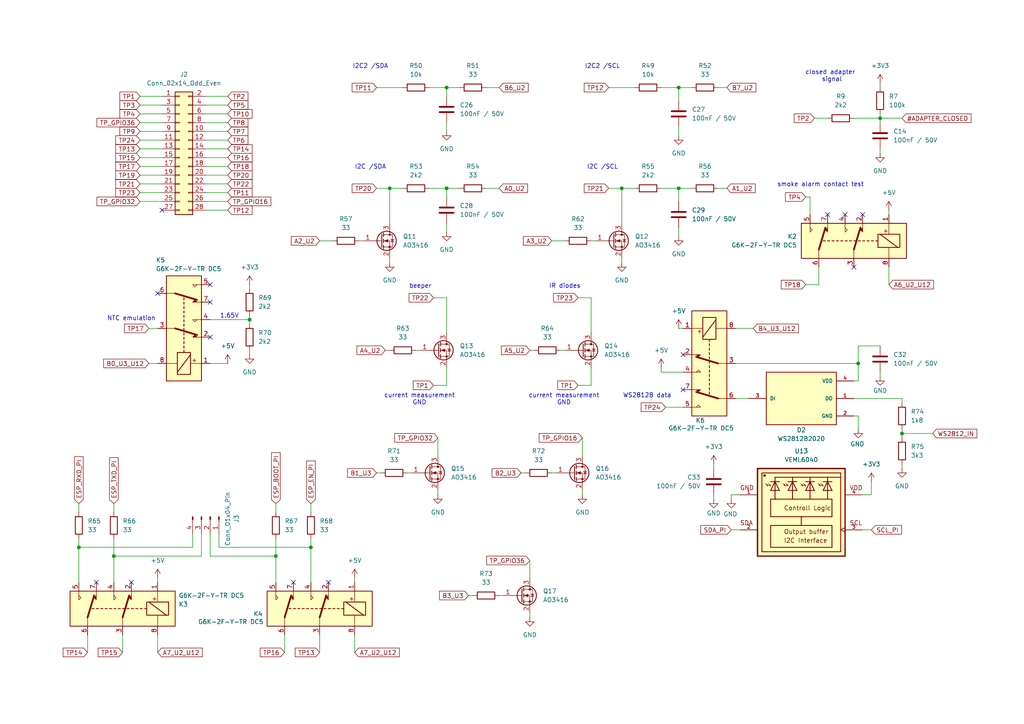
<source format=kicad_sch>
(kicad_sch (version 20250114) (generator "eeschema") (generator_version "9.0")
  (paper "A4")
  (lib_symbols
    (symbol "Connector:Conn_01x04_Pin" (pin_names (offset 1.016) (hide yes))
      (property "Reference" "J" (at 0 5.08 0))
      (property "Value" "Conn_01x04_Pin" (at 0 -7.62 0))
      (symbol "Conn_01x04_Pin_1_1"
        (pin passive line (at 5.08 2.54 180) (length 3.81) (name "Pin_1") (number "1"))
        (pin passive line (at 5.08 0 180) (length 3.81) (name "Pin_2") (number "2"))
        (pin passive line (at 5.08 -2.54 180) (length 3.81) (name "Pin_3") (number "3"))
        (pin passive line (at 5.08 -5.08 180) (length 3.81) (name "Pin_4") (number "4"))
      )
    )
    (symbol "Connector_Generic:Conn_02x14_Odd_Even" (pin_names (offset 1.016) (hide yes))
      (property "Reference" "J" (at 1.27 17.78 0))
      (property "Value" "Conn_02x14_Odd_Even" (at 1.27 -20.32 0))
      (symbol "Conn_02x14_Odd_Even_1_1"
        (pin passive line (at -5.08 15.24 0) (length 3.81) (name "Pin_1") (number "1"))
        (pin passive line (at -5.08 12.7 0) (length 3.81) (name "Pin_3") (number "3"))
        (pin passive line (at -5.08 10.16 0) (length 3.81) (name "Pin_5") (number "5"))
        (pin passive line (at -5.08 7.62 0) (length 3.81) (name "Pin_7") (number "7"))
        (pin passive line (at -5.08 5.08 0) (length 3.81) (name "Pin_9") (number "9"))
        (pin passive line (at -5.08 2.54 0) (length 3.81) (name "Pin_11") (number "11"))
        (pin passive line (at -5.08 0 0) (length 3.81) (name "Pin_13") (number "13"))
        (pin passive line (at -5.08 -2.54 0) (length 3.81) (name "Pin_15") (number "15"))
        (pin passive line (at -5.08 -5.08 0) (length 3.81) (name "Pin_17") (number "17"))
        (pin passive line (at -5.08 -7.62 0) (length 3.81) (name "Pin_19") (number "19"))
        (pin passive line (at -5.08 -10.16 0) (length 3.81) (name "Pin_21") (number "21"))
        (pin passive line (at -5.08 -12.7 0) (length 3.81) (name "Pin_23") (number "23"))
        (pin passive line (at -5.08 -15.24 0) (length 3.81) (name "Pin_25") (number "25"))
        (pin passive line (at -5.08 -17.78 0) (length 3.81) (name "Pin_27") (number "27"))
        (pin passive line (at 7.62 15.24 180) (length 3.81) (name "Pin_2") (number "2"))
        (pin passive line (at 7.62 12.7 180) (length 3.81) (name "Pin_4") (number "4"))
        (pin passive line (at 7.62 10.16 180) (length 3.81) (name "Pin_6") (number "6"))
        (pin passive line (at 7.62 7.62 180) (length 3.81) (name "Pin_8") (number "8"))
        (pin passive line (at 7.62 5.08 180) (length 3.81) (name "Pin_10") (number "10"))
        (pin passive line (at 7.62 2.54 180) (length 3.81) (name "Pin_12") (number "12"))
        (pin passive line (at 7.62 0 180) (length 3.81) (name "Pin_14") (number "14"))
        (pin passive line (at 7.62 -2.54 180) (length 3.81) (name "Pin_16") (number "16"))
        (pin passive line (at 7.62 -5.08 180) (length 3.81) (name "Pin_18") (number "18"))
        (pin passive line (at 7.62 -7.62 180) (length 3.81) (name "Pin_20") (number "20"))
        (pin passive line (at 7.62 -10.16 180) (length 3.81) (name "Pin_22") (number "22"))
        (pin passive line (at 7.62 -12.7 180) (length 3.81) (name "Pin_24") (number "24"))
        (pin passive line (at 7.62 -15.24 180) (length 3.81) (name "Pin_26") (number "26"))
        (pin passive line (at 7.62 -17.78 180) (length 3.81) (name "Pin_28") (number "28"))
      )
    )
    (symbol "Device:C" (pin_numbers (hide yes)) (pin_names (offset 0.254))
      (property "Reference" "C" (at 0.635 2.54 0))
      (property "Value" "C" (at 0.635 -2.54 0))
      (symbol "C_1_1"
        (pin passive line (at 0 3.81 270) (length 2.794) (name "~") (number "1"))
        (pin passive line (at 0 -3.81 90) (length 2.794) (name "~") (number "2"))
      )
    )
    (symbol "Device:R" (pin_numbers (hide yes)) (pin_names (offset 0))
      (property "Reference" "R" (at 2.032 0 90))
      (property "Value" "R" (at 0 0 90))
      (symbol "R_1_1"
        (pin passive line (at 0 3.81 270) (length 1.27) (name "~") (number "1"))
        (pin passive line (at 0 -3.81 90) (length 1.27) (name "~") (number "2"))
      )
    )
    (symbol "Relay:G6K-2"
      (property "Reference" "K" (at 16.51 3.81 0))
      (property "Value" "G6K-2" (at 16.51 1.27 0))
      (symbol "G6K-2_0_0"
        (text "+" (at -9.271 2.921 0) (effects (font (size 1.27 1.27))))
      )
      (symbol "G6K-2_1_1"
        (pin passive line (at -10.16 7.62 270) (length 2.54) (name "~") (number "1"))
        (pin passive line (at -10.16 -7.62 90) (length 2.54) (name "~") (number "8"))
        (pin passive line (at -2.54 7.62 270) (length 2.54) (name "~") (number "2"))
        (pin passive line (at 0 -7.62 90) (length 2.54) (name "~") (number "3"))
        (pin passive line (at 2.54 7.62 270) (length 2.54) (name "~") (number "4"))
        (pin passive line (at 7.62 7.62 270) (length 2.54) (name "~") (number "7"))
        (pin passive line (at 10.16 -7.62 90) (length 2.54) (name "~") (number "6"))
        (pin passive line (at 12.7 7.62 270) (length 2.54) (name "~") (number "5"))
      )
    )
    (symbol "Transistor_FET:BSS138" (pin_names (hide yes))
      (property "Reference" "Q" (at 5.08 1.905 0))
      (property "Value" "BSS138" (at 5.08 0 0))
      (symbol "BSS138_1_1"
        (pin input line (at -5.08 0 0) (length 2.54) (name "G") (number "1"))
        (pin passive line (at 2.54 5.08 270) (length 2.54) (name "D") (number "3"))
        (pin passive line (at 2.54 -5.08 90) (length 2.54) (name "S") (number "2"))
      )
    )
    (symbol "VEML6040:VEML6040" (pin_names (offset 1.016))
      (property "Reference" "U" (at -4.3236 13.7337 0))
      (property "Value" "VEML6040" (at -5.3409 -15.5141 0))
      (symbol "VEML6040_0_0"
        (text "GND" (at -17.7996 6.357 0) (effects (font (size 1.2714 1.2714)) (justify left bottom)))
        (text "SDA" (at -17.7869 -3.8115 0) (effects (font (size 1.2705 1.2705)) (justify left bottom)))
        (text "Output buffer" (at -5.0871 -6.3589 0) (effects (font (size 1.2718 1.2718)) (justify left bottom)))
        (text "Controll Logic" (at -5.0833 0.5083 0) (effects (font (size 1.2708 1.2708)) (justify left bottom)))
        (text "I2C Interface" (at -5.0825 -8.8943 0) (effects (font (size 1.2706 1.2706)) (justify left bottom)))
        (text "VDD" (at 13.9845 6.3566 0) (effects (font (size 1.2713 1.2713)) (justify left bottom)))
        (text "SCL" (at 13.9915 -3.8159 0) (effects (font (size 1.272 1.272)) (justify left bottom)))
        (pin power_in line (at -17.78 5.08 0) (length 5.08) (name "~") (number "1"))
        (pin bidirectional line (at -17.78 -5.08 0) (length 5.08) (name "~") (number "2"))
        (pin power_in line (at 17.78 5.08 180) (length 5.08) (name "~") (number "4"))
        (pin input clock (at 17.78 -5.08 180) (length 5.08) (name "~") (number "3"))
      )
    )
    (symbol "WS2812B2020:WS2812B2020" (pin_names (offset 1.016))
      (property "Reference" "D" (at -10.16 8.382 0))
      (property "Value" "WS2812B2020" (at -10.16 -10.16 0))
      (symbol "WS2812B2020_0_0"
        (pin input line (at -15.24 0 0) (length 5.08) (name "DI") (number "3"))
        (pin power_in line (at 15.24 5.08 180) (length 5.08) (name "VDD") (number "4"))
        (pin output line (at 15.24 0 180) (length 5.08) (name "DO") (number "1"))
        (pin power_in line (at 15.24 -5.08 180) (length 5.08) (name "GND") (number "2"))
      )
    )
    (symbol "power:+3V3" (power) (pin_numbers (hide yes)) (pin_names (offset 0) (hide yes))
      (property "Value" "+3V3" (at 0 3.556 0))
      (symbol "+3V3_1_1"
        (pin power_in line (at 0 0 90) (length 0) (name "~") (number "1"))
      )
    )
    (symbol "power:+5V" (power) (pin_numbers (hide yes)) (pin_names (offset 0) (hide yes))
      (property "Value" "+5V" (at 0 3.556 0))
      (symbol "+5V_1_1"
        (pin power_in line (at 0 0 90) (length 0) (name "~") (number "1"))
      )
    )
    (symbol "power:GND" (power) (pin_numbers (hide yes)) (pin_names (offset 0) (hide yes))
      (property "Value" "GND" (at 0 -3.81 0))
      (symbol "GND_1_1"
        (pin power_in line (at 0 0 270) (length 0) (name "~") (number "1"))
      )
    )
  )
  (text "current measurement\nGND" (at 121.666 115.824 0) (effects (font (size 1.27 1.27))))
  (text "WS2812B data" (at 187.706 114.808 0) (effects (font (size 1.27 1.27))))
  (text "I2C2 /SDA" (at 107.442 19.304 0) (effects (font (size 1.27 1.27))))
  (text "I2C /SDA" (at 107.442 48.514 0) (effects (font (size 1.27 1.27))))
  (text "NTC emulation" (at 38.1 92.456 0) (effects (font (size 1.27 1.27))))
  (text "I2C2 /SCL" (at 174.752 19.304 0) (effects (font (size 1.27 1.27))))
  (text "IR diodes" (at 163.83 83.058 0) (effects (font (size 1.27 1.27))))
  (text "1.65V" (at 66.548 91.694 0) (effects (font (size 1.27 1.27))))
  (text "current measurement\nGND" (at 163.576 115.824 0) (effects (font (size 1.27 1.27))))
  (text "beeper" (at 121.92 83.058 0) (effects (font (size 1.27 1.27))))
  (text "closed adapter \nsignal" (at 241.3 22.098 0) (effects (font (size 1.27 1.27))))
  (text "I2C /SCL" (at 174.752 48.514 0) (effects (font (size 1.27 1.27))))
  (text "smoke alarm contact test" (at 237.998 53.594 0) (effects (font (size 1.27 1.27))))
  (junction (at 90.17 158.75))
  (junction (at 80.01 161.29))
  (junction (at 196.85 54.61))
  (junction (at 72.39 92.71))
  (junction (at 22.86 158.75))
  (junction (at 113.03 54.61))
  (junction (at 261.62 125.73))
  (junction (at 255.27 34.29))
  (junction (at 33.02 161.29))
  (junction (at 129.54 54.61))
  (junction (at 196.85 25.4))
  (junction (at 248.92 105.41))
  (junction (at 129.54 25.4))
  (junction (at 180.34 54.61))
  (no_connect (at 247.65 77.47))
  (no_connect (at 250.19 62.23))
  (no_connect (at 60.96 82.55))
  (no_connect (at 198.12 113.03))
  (no_connect (at 60.96 97.79))
  (no_connect (at 198.12 102.87))
  (no_connect (at 45.72 85.09))
  (no_connect (at 38.1 168.91))
  (no_connect (at 95.25 168.91))
  (no_connect (at 27.94 168.91))
  (no_connect (at 245.11 62.23))
  (no_connect (at 46.99 60.96))
  (no_connect (at 240.03 62.23))
  (no_connect (at 60.96 87.63))
  (no_connect (at 85.09 168.91))
  (wire (pts (xy 90.17 158.75) (xy 90.17 156.21)))
  (wire (pts (xy 66.04 53.34) (xy 59.69 53.34)))
  (wire (pts (xy 33.02 148.59) (xy 33.02 146.05)))
  (wire (pts (xy 208.28 25.4) (xy 210.82 25.4)))
  (wire (pts (xy 109.22 137.16) (xy 110.49 137.16)))
  (wire (pts (xy 125.73 111.76) (xy 129.54 111.76)))
  (wire (pts (xy 40.64 40.64) (xy 46.99 40.64)))
  (wire (pts (xy 255.27 24.13) (xy 255.27 25.4)))
  (wire (pts (xy 125.73 86.36) (xy 129.54 86.36)))
  (wire (pts (xy 22.86 158.75) (xy 22.86 156.21)))
  (wire (pts (xy 66.04 35.56) (xy 59.69 35.56)))
  (wire (pts (xy 127 127) (xy 127 132.08)))
  (wire (pts (xy 72.39 91.44) (xy 72.39 92.71)))
  (wire (pts (xy 113.03 54.61) (xy 116.84 54.61)))
  (wire (pts (xy 160.02 137.16) (xy 161.29 137.16)))
  (wire (pts (xy 151.13 137.16) (xy 152.4 137.16)))
  (wire (pts (xy 255.27 34.29) (xy 261.62 34.29)))
  (wire (pts (xy 261.62 125.73) (xy 261.62 127)))
  (wire (pts (xy 191.77 25.4) (xy 196.85 25.4)))
  (wire (pts (xy 104.14 69.85) (xy 105.41 69.85)))
  (wire (pts (xy 66.04 43.18) (xy 59.69 43.18)))
  (wire (pts (xy 252.73 139.7) (xy 252.73 143.51)))
  (wire (pts (xy 92.71 184.15) (xy 92.71 189.23)))
  (wire (pts (xy 40.64 43.18) (xy 46.99 43.18)))
  (wire (pts (xy 233.68 82.55) (xy 237.49 82.55)))
  (wire (pts (xy 196.85 54.61) (xy 196.85 58.42)))
  (wire (pts (xy 171.45 86.36) (xy 171.45 96.52)))
  (wire (pts (xy 45.72 184.15) (xy 45.72 189.23)))
  (wire (pts (xy 248.92 100.33) (xy 248.92 105.41)))
  (wire (pts (xy 257.81 60.96) (xy 257.81 62.23)))
  (wire (pts (xy 196.85 95.25) (xy 198.12 95.25)))
  (wire (pts (xy 255.27 44.45) (xy 255.27 43.18)))
  (wire (pts (xy 247.65 34.29) (xy 255.27 34.29)))
  (wire (pts (xy 102.87 184.15) (xy 102.87 189.23)))
  (wire (pts (xy 168.91 127) (xy 168.91 132.08)))
  (wire (pts (xy 212.09 143.51) (xy 214.63 143.51)))
  (wire (pts (xy 92.71 69.85) (xy 96.52 69.85)))
  (wire (pts (xy 59.69 27.94) (xy 66.04 27.94)))
  (wire (pts (xy 40.64 33.02) (xy 46.99 33.02)))
  (wire (pts (xy 212.09 153.67) (xy 214.63 153.67)))
  (wire (pts (xy 113.03 54.61) (xy 113.03 64.77)))
  (wire (pts (xy 40.64 35.56) (xy 46.99 35.56)))
  (wire (pts (xy 25.4 184.15) (xy 25.4 189.23)))
  (wire (pts (xy 140.97 54.61) (xy 144.78 54.61)))
  (wire (pts (xy 233.68 57.15) (xy 234.95 57.15)))
  (wire (pts (xy 180.34 54.61) (xy 180.34 64.77)))
  (wire (pts (xy 22.86 158.75) (xy 55.88 158.75)))
  (wire (pts (xy 66.04 58.42) (xy 59.69 58.42)))
  (wire (pts (xy 80.01 161.29) (xy 80.01 156.21)))
  (wire (pts (xy 129.54 54.61) (xy 129.54 57.15)))
  (wire (pts (xy 160.02 69.85) (xy 163.83 69.85)))
  (wire (pts (xy 66.04 45.72) (xy 59.69 45.72)))
  (wire (pts (xy 144.78 172.72) (xy 146.05 172.72)))
  (wire (pts (xy 55.88 158.75) (xy 55.88 154.94)))
  (wire (pts (xy 255.27 107.95) (xy 255.27 109.22)))
  (wire (pts (xy 59.69 33.02) (xy 66.04 33.02)))
  (wire (pts (xy 22.86 148.59) (xy 22.86 146.05)))
  (wire (pts (xy 191.77 106.68) (xy 191.77 107.95)))
  (wire (pts (xy 90.17 148.59) (xy 90.17 146.05)))
  (wire (pts (xy 207.01 143.51) (xy 207.01 144.78)))
  (wire (pts (xy 82.55 184.15) (xy 82.55 189.23)))
  (wire (pts (xy 66.04 48.26) (xy 59.69 48.26)))
  (wire (pts (xy 193.04 118.11) (xy 198.12 118.11)))
  (wire (pts (xy 176.53 54.61) (xy 180.34 54.61)))
  (wire (pts (xy 40.64 27.94) (xy 46.99 27.94)))
  (wire (pts (xy 237.49 77.47) (xy 237.49 82.55)))
  (wire (pts (xy 35.56 184.15) (xy 35.56 189.23)))
  (wire (pts (xy 59.69 38.1) (xy 66.04 38.1)))
  (wire (pts (xy 59.69 55.88) (xy 66.04 55.88)))
  (wire (pts (xy 72.39 92.71) (xy 72.39 93.98)))
  (wire (pts (xy 129.54 86.36) (xy 129.54 96.52)))
  (wire (pts (xy 196.85 25.4) (xy 200.66 25.4)))
  (wire (pts (xy 102.87 167.64) (xy 102.87 168.91)))
  (wire (pts (xy 247.65 110.49) (xy 248.92 110.49)))
  (wire (pts (xy 129.54 25.4) (xy 133.35 25.4)))
  (wire (pts (xy 135.89 172.72) (xy 137.16 172.72)))
  (wire (pts (xy 171.45 69.85) (xy 172.72 69.85)))
  (wire (pts (xy 180.34 54.61) (xy 184.15 54.61)))
  (wire (pts (xy 191.77 107.95) (xy 198.12 107.95)))
  (wire (pts (xy 129.54 64.77) (xy 129.54 67.31)))
  (wire (pts (xy 236.22 34.29) (xy 240.03 34.29)))
  (wire (pts (xy 213.36 95.25) (xy 218.44 95.25)))
  (wire (pts (xy 43.18 105.41) (xy 45.72 105.41)))
  (wire (pts (xy 129.54 35.56) (xy 129.54 38.1)))
  (wire (pts (xy 250.19 153.67) (xy 252.73 153.67)))
  (wire (pts (xy 109.22 25.4) (xy 116.84 25.4)))
  (wire (pts (xy 213.36 105.41) (xy 248.92 105.41)))
  (wire (pts (xy 167.64 111.76) (xy 171.45 111.76)))
  (wire (pts (xy 255.27 34.29) (xy 255.27 35.56)))
  (wire (pts (xy 129.54 25.4) (xy 129.54 27.94)))
  (wire (pts (xy 196.85 54.61) (xy 200.66 54.61)))
  (wire (pts (xy 196.85 66.04) (xy 196.85 68.58)))
  (wire (pts (xy 45.72 167.64) (xy 45.72 168.91)))
  (wire (pts (xy 248.92 120.65) (xy 248.92 124.46)))
  (wire (pts (xy 196.85 36.83) (xy 196.85 39.37)))
  (wire (pts (xy 118.11 137.16) (xy 119.38 137.16)))
  (wire (pts (xy 140.97 25.4) (xy 144.78 25.4)))
  (wire (pts (xy 167.64 86.36) (xy 171.45 86.36)))
  (wire (pts (xy 113.03 74.93) (xy 113.03 76.2)))
  (wire (pts (xy 59.69 40.64) (xy 66.04 40.64)))
  (wire (pts (xy 63.5 158.75) (xy 90.17 158.75)))
  (wire (pts (xy 250.19 143.51) (xy 252.73 143.51)))
  (wire (pts (xy 191.77 54.61) (xy 196.85 54.61)))
  (wire (pts (xy 66.04 50.8) (xy 59.69 50.8)))
  (wire (pts (xy 180.34 74.93) (xy 180.34 76.2)))
  (wire (pts (xy 40.64 30.48) (xy 46.99 30.48)))
  (wire (pts (xy 33.02 168.91) (xy 33.02 161.29)))
  (wire (pts (xy 207.01 134.62) (xy 207.01 135.89)))
  (wire (pts (xy 33.02 161.29) (xy 33.02 156.21)))
  (wire (pts (xy 234.95 57.15) (xy 234.95 62.23)))
  (wire (pts (xy 40.64 45.72) (xy 46.99 45.72)))
  (wire (pts (xy 33.02 161.29) (xy 58.42 161.29)))
  (wire (pts (xy 153.67 177.8) (xy 153.67 179.07)))
  (wire (pts (xy 40.64 53.34) (xy 46.99 53.34)))
  (wire (pts (xy 72.39 82.55) (xy 72.39 83.82)))
  (wire (pts (xy 40.64 58.42) (xy 46.99 58.42)))
  (wire (pts (xy 120.65 101.6) (xy 121.92 101.6)))
  (wire (pts (xy 247.65 115.57) (xy 261.62 115.57)))
  (wire (pts (xy 40.64 48.26) (xy 46.99 48.26)))
  (wire (pts (xy 60.96 105.41) (xy 66.04 105.41)))
  (wire (pts (xy 72.39 101.6) (xy 72.39 102.87)))
  (wire (pts (xy 127 142.24) (xy 127 143.51)))
  (wire (pts (xy 212.09 143.51) (xy 212.09 144.78)))
  (wire (pts (xy 129.54 54.61) (xy 133.35 54.61)))
  (wire (pts (xy 43.18 95.25) (xy 45.72 95.25)))
  (wire (pts (xy 261.62 115.57) (xy 261.62 116.84)))
  (wire (pts (xy 213.36 115.57) (xy 217.17 115.57)))
  (wire (pts (xy 40.64 50.8) (xy 46.99 50.8)))
  (wire (pts (xy 153.67 101.6) (xy 154.94 101.6)))
  (wire (pts (xy 257.81 77.47) (xy 257.81 82.55)))
  (wire (pts (xy 176.53 25.4) (xy 184.15 25.4)))
  (wire (pts (xy 111.76 101.6) (xy 113.03 101.6)))
  (wire (pts (xy 90.17 158.75) (xy 90.17 168.91)))
  (wire (pts (xy 255.27 33.02) (xy 255.27 34.29)))
  (wire (pts (xy 261.62 124.46) (xy 261.62 125.73)))
  (wire (pts (xy 208.28 54.61) (xy 210.82 54.61)))
  (wire (pts (xy 80.01 148.59) (xy 80.01 146.05)))
  (wire (pts (xy 171.45 106.68) (xy 171.45 111.76)))
  (wire (pts (xy 60.96 92.71) (xy 72.39 92.71)))
  (wire (pts (xy 248.92 105.41) (xy 248.92 110.49)))
  (wire (pts (xy 124.46 25.4) (xy 129.54 25.4)))
  (wire (pts (xy 22.86 158.75) (xy 22.86 168.91)))
  (wire (pts (xy 168.91 142.24) (xy 168.91 143.51)))
  (wire (pts (xy 60.96 161.29) (xy 80.01 161.29)))
  (wire (pts (xy 40.64 55.88) (xy 46.99 55.88)))
  (wire (pts (xy 153.67 162.56) (xy 153.67 167.64)))
  (wire (pts (xy 58.42 154.94) (xy 58.42 161.29)))
  (wire (pts (xy 80.01 168.91) (xy 80.01 161.29)))
  (wire (pts (xy 247.65 120.65) (xy 248.92 120.65)))
  (wire (pts (xy 261.62 125.73) (xy 270.51 125.73)))
  (wire (pts (xy 59.69 60.96) (xy 66.04 60.96)))
  (wire (pts (xy 40.64 38.1) (xy 46.99 38.1)))
  (wire (pts (xy 129.54 106.68) (xy 129.54 111.76)))
  (wire (pts (xy 162.56 101.6) (xy 163.83 101.6)))
  (wire (pts (xy 124.46 54.61) (xy 129.54 54.61)))
  (wire (pts (xy 60.96 154.94) (xy 60.96 161.29)))
  (wire (pts (xy 196.85 25.4) (xy 196.85 29.21)))
  (wire (pts (xy 63.5 158.75) (xy 63.5 154.94)))
  (wire (pts (xy 109.22 54.61) (xy 113.03 54.61)))
  (wire (pts (xy 248.92 100.33) (xy 255.27 100.33)))
  (wire (pts (xy 59.69 30.48) (xy 66.04 30.48)))
  (wire (pts (xy 261.62 134.62) (xy 261.62 135.89)))
  (global_label "TP15" (shape input) (at 40.64 45.72 180) (property "Intersheetrefs" "${INTERSHEET_REFS}" (effects (hide yes))))
  (global_label "TP11" (shape input) (at 109.22 25.4 180) (property "Intersheetrefs" "${INTERSHEET_REFS}" (effects (hide yes))))
  (global_label "TP24" (shape input) (at 40.64 40.64 180) (property "Intersheetrefs" "${INTERSHEET_REFS}" (effects (hide yes))))
  (global_label "TP_GPIO16" (shape input) (at 66.04 58.42 0) (property "Intersheetrefs" "${INTERSHEET_REFS}" (effects (hide yes))))
  (global_label "TP21" (shape input) (at 176.53 54.61 180) (property "Intersheetrefs" "${INTERSHEET_REFS}" (effects (hide yes))))
  (global_label "B6_U2" (shape input) (at 144.78 25.4 0) (property "Intersheetrefs" "${INTERSHEET_REFS}" (effects (hide yes))))
  (global_label "TP14" (shape input) (at 25.4 189.23 180) (property "Intersheetrefs" "${INTERSHEET_REFS}" (effects (hide yes))))
  (global_label "A7_U2_U12" (shape input) (at 45.72 189.23 0) (property "Intersheetrefs" "${INTERSHEET_REFS}" (effects (hide yes))))
  (global_label "TP23" (shape input) (at 40.64 55.88 180) (property "Intersheetrefs" "${INTERSHEET_REFS}" (effects (hide yes))))
  (global_label "TP15" (shape input) (at 35.56 189.23 180) (property "Intersheetrefs" "${INTERSHEET_REFS}" (effects (hide yes))))
  (global_label "A0_U2" (shape input) (at 144.78 54.61 0) (property "Intersheetrefs" "${INTERSHEET_REFS}" (effects (hide yes))))
  (global_label "B4_U3_U12" (shape input) (at 218.44 95.25 0) (property "Intersheetrefs" "${INTERSHEET_REFS}" (effects (hide yes))))
  (global_label "SDA_PI" (shape input) (at 212.09 153.67 180) (property "Intersheetrefs" "${INTERSHEET_REFS}" (effects (hide yes))))
  (global_label "TP4" (shape input) (at 40.64 33.02 180) (property "Intersheetrefs" "${INTERSHEET_REFS}" (effects (hide yes))))
  (global_label "TP7" (shape input) (at 66.04 38.1 0) (property "Intersheetrefs" "${INTERSHEET_REFS}" (effects (hide yes))))
  (global_label "TP24" (shape input) (at 193.04 118.11 180) (property "Intersheetrefs" "${INTERSHEET_REFS}" (effects (hide yes))))
  (global_label "TP2" (shape input) (at 66.04 27.94 0) (property "Intersheetrefs" "${INTERSHEET_REFS}" (effects (hide yes))))
  (global_label "TP_GPIO32" (shape input) (at 40.64 58.42 180) (property "Intersheetrefs" "${INTERSHEET_REFS}" (effects (hide yes))))
  (global_label "TP23" (shape input) (at 167.64 86.36 180) (property "Intersheetrefs" "${INTERSHEET_REFS}" (effects (hide yes))))
  (global_label "B0_U3_U12" (shape input) (at 43.18 105.41 180) (property "Intersheetrefs" "${INTERSHEET_REFS}" (effects (hide yes))))
  (global_label "TP18" (shape input) (at 66.04 48.26 0) (property "Intersheetrefs" "${INTERSHEET_REFS}" (effects (hide yes))))
  (global_label "TP_GPIO32" (shape input) (at 127 127 180) (property "Intersheetrefs" "${INTERSHEET_REFS}" (effects (hide yes))))
  (global_label "B7_U2" (shape input) (at 210.82 25.4 0) (property "Intersheetrefs" "${INTERSHEET_REFS}" (effects (hide yes))))
  (global_label "TP20" (shape input) (at 109.22 54.61 180) (property "Intersheetrefs" "${INTERSHEET_REFS}" (effects (hide yes))))
  (global_label "A6_U2_U12" (shape input) (at 257.81 82.55 0) (property "Intersheetrefs" "${INTERSHEET_REFS}" (effects (hide yes))))
  (global_label "TP3" (shape input) (at 40.64 30.48 180) (property "Intersheetrefs" "${INTERSHEET_REFS}" (effects (hide yes))))
  (global_label "TP17" (shape input) (at 40.64 48.26 180) (property "Intersheetrefs" "${INTERSHEET_REFS}" (effects (hide yes))))
  (global_label "TP11" (shape input) (at 66.04 55.88 0) (property "Intersheetrefs" "${INTERSHEET_REFS}" (effects (hide yes))))
  (global_label "TP17" (shape input) (at 43.18 95.25 180) (property "Intersheetrefs" "${INTERSHEET_REFS}" (effects (hide yes))))
  (global_label "TP20" (shape input) (at 66.04 50.8 0) (property "Intersheetrefs" "${INTERSHEET_REFS}" (effects (hide yes))))
  (global_label "TP16" (shape input) (at 82.55 189.23 180) (property "Intersheetrefs" "${INTERSHEET_REFS}" (effects (hide yes))))
  (global_label "A2_U2" (shape input) (at 92.71 69.85 180) (property "Intersheetrefs" "${INTERSHEET_REFS}" (effects (hide yes))))
  (global_label "A3_U2" (shape input) (at 160.02 69.85 180) (property "Intersheetrefs" "${INTERSHEET_REFS}" (effects (hide yes))))
  (global_label "TP13" (shape input) (at 92.71 189.23 180) (property "Intersheetrefs" "${INTERSHEET_REFS}" (effects (hide yes))))
  (global_label "TP2" (shape input) (at 236.22 34.29 180) (property "Intersheetrefs" "${INTERSHEET_REFS}" (effects (hide yes))))
  (global_label "TP22" (shape input) (at 66.04 53.34 0) (property "Intersheetrefs" "${INTERSHEET_REFS}" (effects (hide yes))))
  (global_label "ESP_RXD_PI" (shape input) (at 22.86 146.05 90) (property "Intersheetrefs" "${INTERSHEET_REFS}" (effects (hide yes))))
  (global_label "#ADAPTER_CLOSED" (shape input) (at 261.62 34.29 0) (property "Intersheetrefs" "${INTERSHEET_REFS}" (effects (hide yes))))
  (global_label "TP1" (shape input) (at 167.64 111.76 180) (property "Intersheetrefs" "${INTERSHEET_REFS}" (effects (hide yes))))
  (global_label "TP10" (shape input) (at 66.04 33.02 0) (property "Intersheetrefs" "${INTERSHEET_REFS}" (effects (hide yes))))
  (global_label "B3_U3" (shape input) (at 135.89 172.72 180) (property "Intersheetrefs" "${INTERSHEET_REFS}" (effects (hide yes))))
  (global_label "A5_U2" (shape input) (at 153.67 101.6 180) (property "Intersheetrefs" "${INTERSHEET_REFS}" (effects (hide yes))))
  (global_label "WS2812_IN" (shape input) (at 270.51 125.73 0) (property "Intersheetrefs" "${INTERSHEET_REFS}" (effects (hide yes))))
  (global_label "A7_U2_U12" (shape input) (at 102.87 189.23 0) (property "Intersheetrefs" "${INTERSHEET_REFS}" (effects (hide yes))))
  (global_label "TP5" (shape input) (at 66.04 30.48 0) (property "Intersheetrefs" "${INTERSHEET_REFS}" (effects (hide yes))))
  (global_label "B1_U3" (shape input) (at 109.22 137.16 180) (property "Intersheetrefs" "${INTERSHEET_REFS}" (effects (hide yes))))
  (global_label "TP22" (shape input) (at 125.73 86.36 180) (property "Intersheetrefs" "${INTERSHEET_REFS}" (effects (hide yes))))
  (global_label "B2_U3" (shape input) (at 151.13 137.16 180) (property "Intersheetrefs" "${INTERSHEET_REFS}" (effects (hide yes))))
  (global_label "SCL_PI" (shape input) (at 252.73 153.67 0) (property "Intersheetrefs" "${INTERSHEET_REFS}" (effects (hide yes))))
  (global_label "TP1" (shape input) (at 40.64 27.94 180) (property "Intersheetrefs" "${INTERSHEET_REFS}" (effects (hide yes))))
  (global_label "TP1" (shape input) (at 125.73 111.76 180) (property "Intersheetrefs" "${INTERSHEET_REFS}" (effects (hide yes))))
  (global_label "TP21" (shape input) (at 40.64 53.34 180) (property "Intersheetrefs" "${INTERSHEET_REFS}" (effects (hide yes))))
  (global_label "ESP_BOOT_PI" (shape input) (at 80.01 146.05 90) (property "Intersheetrefs" "${INTERSHEET_REFS}" (effects (hide yes))))
  (global_label "TP13" (shape input) (at 40.64 43.18 180) (property "Intersheetrefs" "${INTERSHEET_REFS}" (effects (hide yes))))
  (global_label "TP6" (shape input) (at 66.04 40.64 0) (property "Intersheetrefs" "${INTERSHEET_REFS}" (effects (hide yes))))
  (global_label "TP_GPIO36" (shape input) (at 40.64 35.56 180) (property "Intersheetrefs" "${INTERSHEET_REFS}" (effects (hide yes))))
  (global_label "A1_U2" (shape input) (at 210.82 54.61 0) (property "Intersheetrefs" "${INTERSHEET_REFS}" (effects (hide yes))))
  (global_label "TP14" (shape input) (at 66.04 43.18 0) (property "Intersheetrefs" "${INTERSHEET_REFS}" (effects (hide yes))))
  (global_label "A4_U2" (shape input) (at 111.76 101.6 180) (property "Intersheetrefs" "${INTERSHEET_REFS}" (effects (hide yes))))
  (global_label "TP16" (shape input) (at 66.04 45.72 0) (property "Intersheetrefs" "${INTERSHEET_REFS}" (effects (hide yes))))
  (global_label "TP12" (shape input) (at 176.53 25.4 180) (property "Intersheetrefs" "${INTERSHEET_REFS}" (effects (hide yes))))
  (global_label "TP18" (shape input) (at 233.68 82.55 180) (property "Intersheetrefs" "${INTERSHEET_REFS}" (effects (hide yes))))
  (global_label "TP_GPIO36" (shape input) (at 153.67 162.56 180) (property "Intersheetrefs" "${INTERSHEET_REFS}" (effects (hide yes))))
  (global_label "TP9" (shape input) (at 40.64 38.1 180) (property "Intersheetrefs" "${INTERSHEET_REFS}" (effects (hide yes))))
  (global_label "TP4" (shape input) (at 233.68 57.15 180) (property "Intersheetrefs" "${INTERSHEET_REFS}" (effects (hide yes))))
  (global_label "ESP_TXD_PI" (shape input) (at 33.02 146.05 90) (property "Intersheetrefs" "${INTERSHEET_REFS}" (effects (hide yes))))
  (global_label "TP12" (shape input) (at 66.04 60.96 0) (property "Intersheetrefs" "${INTERSHEET_REFS}" (effects (hide yes))))
  (global_label "TP_GPIO16" (shape input) (at 168.91 127 180) (property "Intersheetrefs" "${INTERSHEET_REFS}" (effects (hide yes))))
  (global_label "TP8" (shape input) (at 66.04 35.56 0) (property "Intersheetrefs" "${INTERSHEET_REFS}" (effects (hide yes))))
  (global_label "TP19" (shape input) (at 40.64 50.8 180) (property "Intersheetrefs" "${INTERSHEET_REFS}" (effects (hide yes))))
  (global_label "ESP_EN_PI" (shape input) (at 90.17 146.05 90) (property "Intersheetrefs" "${INTERSHEET_REFS}" (effects (hide yes))))
  (symbol (lib_id "Device:R") (at 137.16 25.4 90) (unit 1)
    (property "Reference" "R51" (at 137.16 19.05 90))
    (property "Value" "33" (at 137.16 21.59 90))
    (property "Footprint" "Resistor_SMD:R_0603_1608Metric" (effects (hide yes)))
    (property "Description" "Resistor" (effects (hide yes)))
  )
  (symbol (lib_id "power:+3V3") (at 207.01 134.62 0) (mirror y) (unit 1)
    (property "Reference" "#PWR0126" (effects (hide yes)))
    (property "Value" "+3V3" (at 207.01 129.54 0))
    (property "Description" "Power symbol creates a global label with name \"+3V3\"" (effects (hide yes)))
  )
  (symbol (lib_id "Device:R") (at 204.47 54.61 90) (unit 1)
    (property "Reference" "R56" (at 204.47 48.26 90))
    (property "Value" "33" (at 204.47 50.8 90))
    (property "Footprint" "Resistor_SMD:R_0603_1608Metric" (effects (hide yes)))
    (property "Description" "Resistor" (effects (hide yes)))
  )
  (symbol (lib_id "power:GND") (at 129.54 38.1 0) (unit 1)
    (property "Reference" "#PWR097" (effects (hide yes)))
    (property "Value" "GND" (at 129.54 43.18 0))
    (property "Description" "Power symbol creates a global label with name \"GND\" , ground" (effects (hide yes)))
  )
  (symbol (lib_id "Device:C") (at 255.27 39.37 0) (unit 1)
    (property "Reference" "C14" (at 259.08 38.0999 0) (effects (justify left)))
    (property "Value" "100nF / 50V" (at 259.08 40.6399 0) (effects (justify left)))
    (property "Footprint" "Capacitor_SMD:C_0603_1608Metric" (effects (hide yes)))
    (property "Description" "Unpolarized capacitor" (effects (hide yes)))
  )
  (symbol (lib_id "power:GND") (at 196.85 68.58 0) (unit 1)
    (property "Reference" "#PWR099" (effects (hide yes)))
    (property "Value" "GND" (at 196.85 73.66 0))
    (property "Description" "Power symbol creates a global label with name \"GND\" , ground" (effects (hide yes)))
  )
  (symbol (lib_id "Transistor_FET:BSS138") (at 166.37 137.16 0) (unit 1)
    (property "Reference" "Q16" (at 172.72 135.8899 0) (effects (justify left)))
    (property "Value" "AO3416" (at 172.72 138.4299 0) (effects (justify left)))
    (property "Footprint" "Package_TO_SOT_SMD:SOT-23" (effects (hide yes)))
    (property "Datasheet" "https://www.onsemi.com/pub/Collateral/BSS138-D.PDF" (effects (hide yes)))
    (property "Description" "50V Vds, 0.22A Id, N-Channel MOSFET, SOT-23" (effects (hide yes)))
  )
  (symbol (lib_id "power:GND") (at 180.34 76.2 0) (unit 1)
    (property "Reference" "#PWR0105" (effects (hide yes)))
    (property "Value" "GND" (at 180.34 81.28 0))
    (property "Description" "Power symbol creates a global label with name \"GND\" , ground" (effects (hide yes)))
  )
  (symbol (lib_id "Device:R") (at 100.33 69.85 90) (unit 1)
    (property "Reference" "R57" (at 100.33 63.5 90))
    (property "Value" "33" (at 100.33 66.04 90))
    (property "Footprint" "Resistor_SMD:R_0603_1608Metric" (effects (hide yes)))
    (property "Description" "Resistor" (effects (hide yes)))
  )
  (symbol (lib_id "Transistor_FET:BSS138") (at 110.49 69.85 0) (unit 1)
    (property "Reference" "Q11" (at 116.84 68.5799 0) (effects (justify left)))
    (property "Value" "AO3416" (at 116.84 71.1199 0) (effects (justify left)))
    (property "Footprint" "Package_TO_SOT_SMD:SOT-23" (effects (hide yes)))
    (property "Datasheet" "https://www.onsemi.com/pub/Collateral/BSS138-D.PDF" (effects (hide yes)))
    (property "Description" "50V Vds, 0.22A Id, N-Channel MOSFET, SOT-23" (effects (hide yes)))
  )
  (symbol (lib_id "power:+5V") (at 66.04 105.41 0) (unit 1)
    (property "Reference" "#PWR0109" (effects (hide yes)))
    (property "Value" "+5V" (at 66.04 100.33 0))
    (property "Description" "Power symbol creates a global label with name \"+5V\"" (effects (hide yes)))
  )
  (symbol (lib_id "Device:C") (at 129.54 60.96 0) (unit 1)
    (property "Reference" "C28" (at 133.35 59.6899 0) (effects (justify left)))
    (property "Value" "100nF / 50V" (at 133.35 62.2299 0) (effects (justify left)))
    (property "Footprint" "Capacitor_SMD:C_0603_1608Metric" (effects (hide yes)))
    (property "Description" "Unpolarized capacitor" (effects (hide yes)))
  )
  (symbol (lib_id "Device:R") (at 187.96 25.4 90) (unit 1)
    (property "Reference" "R49" (at 187.96 19.05 90))
    (property "Value" "10k" (at 187.96 21.59 90))
    (property "Footprint" "Resistor_SMD:R_0603_1608Metric" (effects (hide yes)))
    (property "Description" "Resistor" (effects (hide yes)))
  )
  (symbol (lib_id "Device:R") (at 137.16 54.61 90) (unit 1)
    (property "Reference" "R54" (at 137.16 48.26 90))
    (property "Value" "33" (at 137.16 50.8 90))
    (property "Footprint" "Resistor_SMD:R_0603_1608Metric" (effects (hide yes)))
    (property "Description" "Resistor" (effects (hide yes)))
  )
  (symbol (lib_id "Relay:G6K-2") (at 53.34 95.25 270) (mirror x) (unit 1)
    (property "Reference" "K5" (at 45.212 75.438 90) (effects (justify left)))
    (property "Value" "G6K-2F-Y-TR DC5" (at 45.212 77.978 90) (effects (justify left)))
    (property "Footprint" "Relay_SMD:Relay_DPDT_Omron_G6K-2F-Y" (effects (hide yes)))
    (property "Datasheet" "http://omronfs.omron.com/en_US/ecb/products/pdf/en-g6k.pdf" (effects (hide yes)))
    (property "Description" "Miniature 2-pole relay, Single-side Stable" (effects (hide yes)))
  )
  (symbol (lib_id "VEML6040:VEML6040") (at 232.41 148.59 0) (unit 1)
    (property "Reference" "U13" (at 232.4298 130.81 0))
    (property "Value" "VEML6040" (at 232.4298 133.35 0))
    (property "Footprint" "VEML6040:VISHAY_VEML6040_1.25X2X1" (effects (hide yes)))
    (property "TAPE_REEL" "YES" (effects (hide yes)))
    (property "MF" "Vishay" (effects (hide yes)))
    (property "Description_1" "Color Sensor 16 b Low Power Consumption 4-TFLGA" (effects (hide yes)))
    (property "Package" "None" (effects (hide yes)))
    (property "Price" "None" (effects (hide yes)))
    (property "VOLUME" "MOQ: 2500 pcs" (effects (hide yes)))
    (property "SnapEDA_Link" "https://www.snapeda.com/parts/VEML6040A3OG/Vishay+Semiconductor+Opto+Division/view-part/?ref=snap" (effects (hide yes)))
    (property "MP" "VEML6040A3OG" (effects (hide yes)))
    (property "Availability" "In Stock" (effects (hide yes)))
    (property "Check_prices" "https://www.snapeda.com/parts/VEML6040A3OG/Vishay+Semiconductor+Opto+Division/view-part/?ref=eda" (effects (hide yes)))
  )
  (symbol (lib_id "Device:R") (at 116.84 101.6 90) (unit 1)
    (property "Reference" "R63" (at 116.84 95.25 90))
    (property "Value" "33" (at 116.84 97.79 90))
    (property "Footprint" "Resistor_SMD:R_0603_1608Metric" (effects (hide yes)))
    (property "Description" "Resistor" (effects (hide yes)))
  )
  (symbol (lib_id "Device:R") (at 80.01 152.4 0) (unit 1)
    (property "Reference" "R67" (at 82.55 151.1299 0) (effects (justify left)))
    (property "Value" "33" (at 82.55 153.6699 0) (effects (justify left)))
    (property "Footprint" "Resistor_SMD:R_0603_1608Metric" (effects (hide yes)))
    (property "Description" "Resistor" (effects (hide yes)))
  )
  (symbol (lib_id "Device:R") (at 243.84 34.29 90) (unit 1)
    (property "Reference" "R9" (at 243.84 27.94 90))
    (property "Value" "2k2" (at 243.84 30.48 90))
    (property "Footprint" "Resistor_SMD:R_0603_1608Metric" (effects (hide yes)))
    (property "Description" "Resistor" (effects (hide yes)))
  )
  (symbol (lib_id "Device:R") (at 255.27 29.21 0) (unit 1)
    (property "Reference" "R7" (at 257.81 27.9399 0) (effects (justify left)))
    (property "Value" "100k" (at 257.81 30.4799 0) (effects (justify left)))
    (property "Footprint" "Resistor_SMD:R_0603_1608Metric" (effects (hide yes)))
    (property "Description" "Resistor" (effects (hide yes)))
  )
  (symbol (lib_id "Device:R") (at 158.75 101.6 90) (unit 1)
    (property "Reference" "R64" (at 158.75 95.25 90))
    (property "Value" "33" (at 158.75 97.79 90))
    (property "Footprint" "Resistor_SMD:R_0603_1608Metric" (effects (hide yes)))
    (property "Description" "Resistor" (effects (hide yes)))
  )
  (symbol (lib_id "power:GND") (at 196.85 39.37 0) (unit 1)
    (property "Reference" "#PWR096" (effects (hide yes)))
    (property "Value" "GND" (at 196.85 44.45 0))
    (property "Description" "Power symbol creates a global label with name \"GND\" , ground" (effects (hide yes)))
  )
  (symbol (lib_id "Transistor_FET:BSS138") (at 168.91 101.6 0) (unit 1)
    (property "Reference" "Q14" (at 175.26 100.3299 0) (effects (justify left)))
    (property "Value" "AO3416" (at 175.26 102.8699 0) (effects (justify left)))
    (property "Footprint" "Package_TO_SOT_SMD:SOT-23" (effects (hide yes)))
    (property "Datasheet" "https://www.onsemi.com/pub/Collateral/BSS138-D.PDF" (effects (hide yes)))
    (property "Description" "50V Vds, 0.22A Id, N-Channel MOSFET, SOT-23" (effects (hide yes)))
  )
  (symbol (lib_id "Device:R") (at 167.64 69.85 90) (unit 1)
    (property "Reference" "R62" (at 167.64 63.5 90))
    (property "Value" "33" (at 167.64 66.04 90))
    (property "Footprint" "Resistor_SMD:R_0603_1608Metric" (effects (hide yes)))
    (property "Description" "Resistor" (effects (hide yes)))
  )
  (symbol (lib_id "Device:R") (at 22.86 152.4 0) (unit 1)
    (property "Reference" "R65" (at 25.4 151.1299 0) (effects (justify left)))
    (property "Value" "33" (at 25.4 153.6699 0) (effects (justify left)))
    (property "Footprint" "Resistor_SMD:R_0603_1608Metric" (effects (hide yes)))
    (property "Description" "Resistor" (effects (hide yes)))
  )
  (symbol (lib_id "power:GND") (at 212.09 144.78 0) (unit 1)
    (property "Reference" "#PWR0123" (effects (hide yes)))
    (property "Value" "GND" (at 211.836 149.098 0))
    (property "Description" "Power symbol creates a global label with name \"GND\" , ground" (effects (hide yes)))
  )
  (symbol (lib_id "Device:R") (at 72.39 87.63 180) (unit 1)
    (property "Reference" "R69" (at 74.93 86.3599 0) (effects (justify right)))
    (property "Value" "2k2" (at 74.93 88.8999 0) (effects (justify right)))
    (property "Footprint" "Resistor_SMD:R_0603_1608Metric" (effects (hide yes)))
    (property "Description" "Resistor" (effects (hide yes)))
  )
  (symbol (lib_id "power:+3V3") (at 252.73 139.7 0) (unit 1)
    (property "Reference" "#PWR0124" (effects (hide yes)))
    (property "Value" "+3V3" (at 252.73 134.62 0))
    (property "Description" "Power symbol creates a global label with name \"+3V3\"" (effects (hide yes)))
  )
  (symbol (lib_id "power:+5V") (at 196.85 95.25 0) (unit 1)
    (property "Reference" "#PWR0115" (effects (hide yes)))
    (property "Value" "+5V" (at 196.85 90.17 0))
    (property "Description" "Power symbol creates a global label with name \"+5V\"" (effects (hide yes)))
  )
  (symbol (lib_id "Relay:G6K-2") (at 92.71 176.53 0) (mirror y) (unit 1)
    (property "Reference" "K4" (at 76.2 178.054 0) (effects (justify left)))
    (property "Value" "G6K-2F-Y-TR DC5" (at 76.454 180.34 0) (effects (justify left)))
    (property "Footprint" "Relay_SMD:Relay_DPDT_Omron_G6K-2F-Y" (effects (hide yes)))
    (property "Datasheet" "http://omronfs.omron.com/en_US/ecb/products/pdf/en-g6k.pdf" (effects (hide yes)))
    (property "Description" "Miniature 2-pole relay, Single-side Stable" (effects (hide yes)))
  )
  (symbol (lib_id "power:+5V") (at 102.87 167.64 0) (unit 1)
    (property "Reference" "#PWR0108" (effects (hide yes)))
    (property "Value" "+5V" (at 102.87 162.56 0))
    (property "Description" "Power symbol creates a global label with name \"+5V\"" (effects (hide yes)))
  )
  (symbol (lib_id "Device:C") (at 129.54 31.75 0) (unit 1)
    (property "Reference" "C26" (at 133.35 30.4799 0) (effects (justify left)))
    (property "Value" "100nF / 50V" (at 133.35 33.0199 0) (effects (justify left)))
    (property "Footprint" "Capacitor_SMD:C_0603_1608Metric" (effects (hide yes)))
    (property "Description" "Unpolarized capacitor" (effects (hide yes)))
  )
  (symbol (lib_id "Device:R") (at 156.21 137.16 90) (unit 1)
    (property "Reference" "R72" (at 156.21 130.81 90))
    (property "Value" "33" (at 156.21 133.35 90))
    (property "Footprint" "Resistor_SMD:R_0603_1608Metric" (effects (hide yes)))
    (property "Description" "Resistor" (effects (hide yes)))
  )
  (symbol (lib_id "Relay:G6K-2") (at 35.56 176.53 0) (mirror y) (unit 1)
    (property "Reference" "K3" (at 51.816 175.26 0) (effects (justify right)))
    (property "Value" "G6K-2F-Y-TR DC5" (at 51.816 172.72 0) (effects (justify right)))
    (property "Footprint" "Relay_SMD:Relay_DPDT_Omron_G6K-2F-Y" (effects (hide yes)))
    (property "Datasheet" "http://omronfs.omron.com/en_US/ecb/products/pdf/en-g6k.pdf" (effects (hide yes)))
    (property "Description" "Miniature 2-pole relay, Single-side Stable" (effects (hide yes)))
  )
  (symbol (lib_id "Connector_Generic:Conn_02x14_Odd_Even") (at 52.07 43.18 0) (unit 1)
    (property "Reference" "J2" (at 53.34 21.59 0))
    (property "Value" "Conn_02x14_Odd_Even" (at 53.34 24.13 0))
    (property "Footprint" "Connector_PinHeader_2.54mm:PinHeader_2x14_P2.54mm_Vertical" (effects (hide yes)))
    (property "Description" "Generic connector, double row, 02x14, odd/even pin numbering scheme (row 1 odd numbers, row 2 even numbers), script generated (kicad-library-utils/schlib/autogen/connector/)" (effects (hide yes)))
  )
  (symbol (lib_id "power:+5V") (at 257.81 60.96 0) (unit 1)
    (property "Reference" "#PWR0106" (effects (hide yes)))
    (property "Value" "+5V" (at 257.81 55.88 0))
    (property "Description" "Power symbol creates a global label with name \"+5V\"" (effects (hide yes)))
  )
  (symbol (lib_id "Device:R") (at 114.3 137.16 90) (unit 1)
    (property "Reference" "R71" (at 114.3 130.81 90))
    (property "Value" "33" (at 114.3 133.35 90))
    (property "Footprint" "Resistor_SMD:R_0603_1608Metric" (effects (hide yes)))
    (property "Description" "Resistor" (effects (hide yes)))
  )
  (symbol (lib_id "power:+5V") (at 45.72 167.64 0) (unit 1)
    (property "Reference" "#PWR0107" (effects (hide yes)))
    (property "Value" "+5V" (at 45.72 162.56 0))
    (property "Description" "Power symbol creates a global label with name \"+5V\"" (effects (hide yes)))
  )
  (symbol (lib_id "Device:R") (at 140.97 172.72 90) (unit 1)
    (property "Reference" "R73" (at 140.97 166.37 90))
    (property "Value" "33" (at 140.97 168.91 90))
    (property "Footprint" "Resistor_SMD:R_0603_1608Metric" (effects (hide yes)))
    (property "Description" "Resistor" (effects (hide yes)))
  )
  (symbol (lib_id "Device:R") (at 187.96 54.61 90) (unit 1)
    (property "Reference" "R55" (at 187.96 48.26 90))
    (property "Value" "2k2" (at 187.96 50.8 90))
    (property "Footprint" "Resistor_SMD:R_0603_1608Metric" (effects (hide yes)))
    (property "Description" "Resistor" (effects (hide yes)))
  )
  (symbol (lib_id "Relay:G6K-2") (at 247.65 69.85 0) (mirror y) (unit 1)
    (property "Reference" "K2" (at 231.14 68.5799 0) (effects (justify left)))
    (property "Value" "G6K-2F-Y-TR DC5" (at 231.14 71.1199 0) (effects (justify left)))
    (property "Footprint" "Relay_SMD:Relay_DPDT_Omron_G6K-2F-Y" (effects (hide yes)))
    (property "Datasheet" "http://omronfs.omron.com/en_US/ecb/products/pdf/en-g6k.pdf" (effects (hide yes)))
    (property "Description" "Miniature 2-pole relay, Single-side Stable" (effects (hide yes)))
  )
  (symbol (lib_id "Device:R") (at 261.62 130.81 0) (unit 1)
    (property "Reference" "R75" (at 264.16 129.5399 0) (effects (justify left)))
    (property "Value" "3k3" (at 264.16 132.0799 0) (effects (justify left)))
    (property "Footprint" "Resistor_SMD:R_0603_1608Metric" (effects (hide yes)))
    (property "Description" "Resistor" (effects (hide yes)))
  )
  (symbol (lib_id "Connector:Conn_01x04_Pin") (at 60.96 149.86 270) (unit 1)
    (property "Reference" "J3" (at 68.58 150.495 0))
    (property "Value" "Conn_01x04_Pin" (at 66.04 150.495 0))
    (property "Footprint" "Connector_PinHeader_2.54mm:PinHeader_1x04_P2.54mm_Vertical" (effects (hide yes)))
    (property "Description" "Generic connector, single row, 01x04, script generated" (effects (hide yes)))
  )
  (symbol (lib_id "power:GND") (at 129.54 67.31 0) (unit 1)
    (property "Reference" "#PWR098" (effects (hide yes)))
    (property "Value" "GND" (at 129.54 72.39 0))
    (property "Description" "Power symbol creates a global label with name \"GND\" , ground" (effects (hide yes)))
  )
  (symbol (lib_id "Device:R") (at 33.02 152.4 0) (unit 1)
    (property "Reference" "R66" (at 35.56 151.1299 0) (effects (justify left)))
    (property "Value" "33" (at 35.56 153.6699 0) (effects (justify left)))
    (property "Footprint" "Resistor_SMD:R_0603_1608Metric" (effects (hide yes)))
    (property "Description" "Resistor" (effects (hide yes)))
  )
  (symbol (lib_id "power:+3V3") (at 72.39 82.55 0) (unit 1)
    (property "Reference" "#PWR0110" (effects (hide yes)))
    (property "Value" "+3V3" (at 72.39 77.47 0))
    (property "Description" "Power symbol creates a global label with name \"+3V3\"" (effects (hide yes)))
  )
  (symbol (lib_id "Device:R") (at 120.65 54.61 90) (unit 1)
    (property "Reference" "R53" (at 120.65 48.26 90))
    (property "Value" "2k2" (at 120.65 50.8 90))
    (property "Footprint" "Resistor_SMD:R_0603_1608Metric" (effects (hide yes)))
    (property "Description" "Resistor" (effects (hide yes)))
  )
  (symbol (lib_id "power:GND") (at 207.01 144.78 0) (mirror y) (unit 1)
    (property "Reference" "#PWR0125" (effects (hide yes)))
    (property "Value" "GND" (at 207.01 148.844 0))
    (property "Description" "Power symbol creates a global label with name \"GND\" , ground" (effects (hide yes)))
  )
  (symbol (lib_id "Device:R") (at 90.17 152.4 0) (unit 1)
    (property "Reference" "R68" (at 92.71 151.1299 0) (effects (justify left)))
    (property "Value" "33" (at 92.71 153.6699 0) (effects (justify left)))
    (property "Footprint" "Resistor_SMD:R_0603_1608Metric" (effects (hide yes)))
    (property "Description" "Resistor" (effects (hide yes)))
  )
  (symbol (lib_id "power:GND") (at 153.67 179.07 0) (unit 1)
    (property "Reference" "#PWR0114" (effects (hide yes)))
    (property "Value" "GND" (at 153.67 184.15 0))
    (property "Description" "Power symbol creates a global label with name \"GND\" , ground" (effects (hide yes)))
  )
  (symbol (lib_id "Device:C") (at 196.85 62.23 0) (unit 1)
    (property "Reference" "C29" (at 200.66 60.9599 0) (effects (justify left)))
    (property "Value" "100nF / 50V" (at 200.66 63.4999 0) (effects (justify left)))
    (property "Footprint" "Capacitor_SMD:C_0603_1608Metric" (effects (hide yes)))
    (property "Description" "Unpolarized capacitor" (effects (hide yes)))
  )
  (symbol (lib_id "Device:R") (at 72.39 97.79 180) (unit 1)
    (property "Reference" "R70" (at 74.93 96.5199 0) (effects (justify right)))
    (property "Value" "2k2" (at 74.93 99.0599 0) (effects (justify right)))
    (property "Footprint" "Resistor_SMD:R_0603_1608Metric" (effects (hide yes)))
    (property "Description" "Resistor" (effects (hide yes)))
  )
  (symbol (lib_id "Transistor_FET:BSS138") (at 124.46 137.16 0) (unit 1)
    (property "Reference" "Q15" (at 130.81 135.8899 0) (effects (justify left)))
    (property "Value" "AO3416" (at 130.81 138.4299 0) (effects (justify left)))
    (property "Footprint" "Package_TO_SOT_SMD:SOT-23" (effects (hide yes)))
    (property "Datasheet" "https://www.onsemi.com/pub/Collateral/BSS138-D.PDF" (effects (hide yes)))
    (property "Description" "50V Vds, 0.22A Id, N-Channel MOSFET, SOT-23" (effects (hide yes)))
  )
  (symbol (lib_id "Device:R") (at 120.65 25.4 90) (unit 1)
    (property "Reference" "R50" (at 120.65 19.05 90))
    (property "Value" "10k" (at 120.65 21.59 90))
    (property "Footprint" "Resistor_SMD:R_0603_1608Metric" (effects (hide yes)))
    (property "Description" "Resistor" (effects (hide yes)))
  )
  (symbol (lib_id "Device:R") (at 261.62 120.65 0) (unit 1)
    (property "Reference" "R74" (at 264.16 119.3799 0) (effects (justify left)))
    (property "Value" "1k8" (at 264.16 121.9199 0) (effects (justify left)))
    (property "Footprint" "Resistor_SMD:R_0603_1608Metric" (effects (hide yes)))
    (property "Description" "Resistor" (effects (hide yes)))
  )
  (symbol (lib_id "Transistor_FET:BSS138") (at 151.13 172.72 0) (unit 1)
    (property "Reference" "Q17" (at 157.48 171.4499 0) (effects (justify left)))
    (property "Value" "AO3416" (at 157.48 173.9899 0) (effects (justify left)))
    (property "Footprint" "Package_TO_SOT_SMD:SOT-23" (effects (hide yes)))
    (property "Datasheet" "https://www.onsemi.com/pub/Collateral/BSS138-D.PDF" (effects (hide yes)))
    (property "Description" "50V Vds, 0.22A Id, N-Channel MOSFET, SOT-23" (effects (hide yes)))
  )
  (symbol (lib_id "power:GND") (at 255.27 109.22 0) (unit 1)
    (property "Reference" "#PWR0122" (effects (hide yes)))
    (property "Value" "GND" (at 255.27 113.284 0))
    (property "Description" "Power symbol creates a global label with name \"GND\" , ground" (effects (hide yes)))
  )
  (symbol (lib_id "power:GND") (at 255.27 44.45 0) (unit 1)
    (property "Reference" "#PWR059" (effects (hide yes)))
    (property "Value" "GND" (at 255.27 49.53 0))
    (property "Description" "Power symbol creates a global label with name \"GND\" , ground" (effects (hide yes)))
  )
  (symbol (lib_id "Transistor_FET:BSS138") (at 127 101.6 0) (unit 1)
    (property "Reference" "Q13" (at 133.35 100.3299 0) (effects (justify left)))
    (property "Value" "AO3416" (at 133.35 102.8699 0) (effects (justify left)))
    (property "Footprint" "Package_TO_SOT_SMD:SOT-23" (effects (hide yes)))
    (property "Datasheet" "https://www.onsemi.com/pub/Collateral/BSS138-D.PDF" (effects (hide yes)))
    (property "Description" "50V Vds, 0.22A Id, N-Channel MOSFET, SOT-23" (effects (hide yes)))
  )
  (symbol (lib_id "WS2812B2020:WS2812B2020") (at 232.41 115.57 0) (unit 1)
    (property "Reference" "D2" (at 232.41 124.714 0))
    (property "Value" "WS2812B2020" (at 232.41 127.254 0))
    (property "Footprint" "WS2812B2020:LED_WS2812B2020" (effects (hide yes)))
    (property "MF" "WorldSemi" (effects (hide yes)))
    (property "MAXIMUM_PACKAGE_HEIGHT" "0.84 mm" (effects (hide yes)))
    (property "Package" "None" (effects (hide yes)))
    (property "Price" "None" (effects (hide yes)))
    (property "Check_prices" "https://www.snapeda.com/parts/WS2812B2020/Worldsemi/view-part/?ref=eda" (effects (hide yes)))
    (property "STANDARD" "Manufacturer Recommendations" (effects (hide yes)))
    (property "PARTREV" "V1.0" (effects (hide yes)))
    (property "SnapEDA_Link" "https://www.snapeda.com/parts/WS2812B2020/Worldsemi/view-part/?ref=snap" (effects (hide yes)))
    (property "MP" "WS2812B2020" (effects (hide yes)))
    (property "Description_1" "LED; SMD; 2020; RGB; 2x2x0.84mm; 3.7÷5.3V; Lens: transparent; 2kHz" (effects (hide yes)))
    (property "Availability" "Not in stock" (effects (hide yes)))
    (property "MANUFACTURER" "WorldSemi" (effects (hide yes)))
  )
  (symbol (lib_id "power:+3V3") (at 255.27 24.13 0) (unit 1)
    (property "Reference" "#PWR058" (effects (hide yes)))
    (property "Value" "+3V3" (at 255.27 19.05 0))
    (property "Description" "Power symbol creates a global label with name \"+3V3\"" (effects (hide yes)))
  )
  (symbol (lib_id "Device:C") (at 255.27 104.14 0) (unit 1)
    (property "Reference" "C32" (at 259.08 102.8699 0) (effects (justify left)))
    (property "Value" "100nF / 50V" (at 259.08 105.4099 0) (effects (justify left)))
    (property "Footprint" "Capacitor_SMD:C_0603_1608Metric" (effects (hide yes)))
    (property "Description" "Unpolarized capacitor" (effects (hide yes)))
  )
  (symbol (lib_id "power:+5V") (at 191.77 106.68 0) (unit 1)
    (property "Reference" "#PWR0121" (effects (hide yes)))
    (property "Value" "+5V" (at 191.77 101.6 0))
    (property "Description" "Power symbol creates a global label with name \"+5V\"" (effects (hide yes)))
  )
  (symbol (lib_id "power:GND") (at 261.62 135.89 0) (unit 1)
    (property "Reference" "#PWR0116" (effects (hide yes)))
    (property "Value" "GND" (at 261.62 140.97 0))
    (property "Description" "Power symbol creates a global label with name \"GND\" , ground" (effects (hide yes)))
  )
  (symbol (lib_id "Transistor_FET:BSS138") (at 177.8 69.85 0) (unit 1)
    (property "Reference" "Q12" (at 184.15 68.5799 0) (effects (justify left)))
    (property "Value" "AO3416" (at 184.15 71.1199 0) (effects (justify left)))
    (property "Footprint" "Package_TO_SOT_SMD:SOT-23" (effects (hide yes)))
    (property "Datasheet" "https://www.onsemi.com/pub/Collateral/BSS138-D.PDF" (effects (hide yes)))
    (property "Description" "50V Vds, 0.22A Id, N-Channel MOSFET, SOT-23" (effects (hide yes)))
  )
  (symbol (lib_id "Device:C") (at 196.85 33.02 0) (unit 1)
    (property "Reference" "C27" (at 200.66 31.7499 0) (effects (justify left)))
    (property "Value" "100nF / 50V" (at 200.66 34.2899 0) (effects (justify left)))
    (property "Footprint" "Capacitor_SMD:C_0603_1608Metric" (effects (hide yes)))
    (property "Description" "Unpolarized capacitor" (effects (hide yes)))
  )
  (symbol (lib_id "Relay:G6K-2") (at 205.74 105.41 90) (mirror x) (unit 1)
    (property "Reference" "K6" (at 204.4699 121.92 90) (effects (justify left)))
    (property "Value" "G6K-2F-Y-TR DC5" (at 212.852 124.206 90) (effects (justify left)))
    (property "Footprint" "Relay_SMD:Relay_DPDT_Omron_G6K-2F-Y" (effects (hide yes)))
    (property "Datasheet" "http://omronfs.omron.com/en_US/ecb/products/pdf/en-g6k.pdf" (effects (hide yes)))
    (property "Description" "Miniature 2-pole relay, Single-side Stable" (effects (hide yes)))
  )
  (symbol (lib_id "Device:R") (at 204.47 25.4 90) (unit 1)
    (property "Reference" "R52" (at 204.47 19.05 90))
    (property "Value" "33" (at 204.47 21.59 90))
    (property "Footprint" "Resistor_SMD:R_0603_1608Metric" (effects (hide yes)))
    (property "Description" "Resistor" (effects (hide yes)))
  )
  (symbol (lib_id "power:GND") (at 248.92 124.46 0) (unit 1)
    (property "Reference" "#PWR082" (effects (hide yes)))
    (property "Value" "GND" (at 248.666 128.778 0))
    (property "Description" "Power symbol creates a global label with name \"GND\" , ground" (effects (hide yes)))
  )
  (symbol (lib_id "power:GND") (at 168.91 143.51 0) (unit 1)
    (property "Reference" "#PWR0113" (effects (hide yes)))
    (property "Value" "GND" (at 168.91 148.59 0))
    (property "Description" "Power symbol creates a global label with name \"GND\" , ground" (effects (hide yes)))
  )
  (symbol (lib_id "Device:C") (at 207.01 139.7 0) (mirror y) (unit 1)
    (property "Reference" "C33" (at 203.2 138.4299 0) (effects (justify left)))
    (property "Value" "100nF / 50V" (at 203.2 140.9699 0) (effects (justify left)))
    (property "Footprint" "Capacitor_SMD:C_0603_1608Metric" (effects (hide yes)))
    (property "Description" "Unpolarized capacitor" (effects (hide yes)))
  )
  (symbol (lib_id "power:GND") (at 127 143.51 0) (unit 1)
    (property "Reference" "#PWR0112" (effects (hide yes)))
    (property "Value" "GND" (at 127 148.59 0))
    (property "Description" "Power symbol creates a global label with name \"GND\" , ground" (effects (hide yes)))
  )
  (symbol (lib_id "power:GND") (at 113.03 76.2 0) (unit 1)
    (property "Reference" "#PWR0100" (effects (hide yes)))
    (property "Value" "GND" (at 113.03 81.28 0))
    (property "Description" "Power symbol creates a global label with name \"GND\" , ground" (effects (hide yes)))
  )
  (symbol (lib_id "power:GND") (at 72.39 102.87 0) (unit 1)
    (property "Reference" "#PWR0111" (effects (hide yes)))
    (property "Value" "GND" (at 72.39 107.95 0))
    (property "Description" "Power symbol creates a global label with name \"GND\" , ground" (effects (hide yes)))
  )
)
</source>
